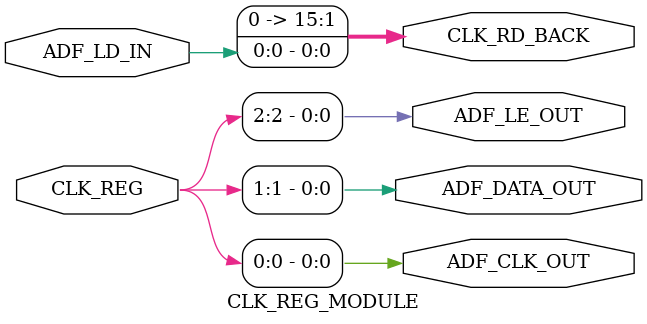
<source format=v>
`timescale 1ns / 1ps
module CLK_REG_MODULE(
	input [15:0]CLK_REG,
	input ADF_LD_IN,
	
	output [15:0]CLK_RD_BACK,
	output ADF_CLK_OUT,
	output ADF_DATA_OUT,
	output ADF_LE_OUT
    );
//Êä³öÂß¼­
assign ADF_CLK_OUT = CLK_REG[0:0];
assign ADF_DATA_OUT = CLK_REG[1:1];
assign ADF_LE_OUT = CLK_REG[2:2];
//ÊäÈëÂß¼­
assign CLK_RD_BACK[0:0] = ADF_LD_IN;
assign CLK_RD_BACK[15:1] = 0;
endmodule

</source>
